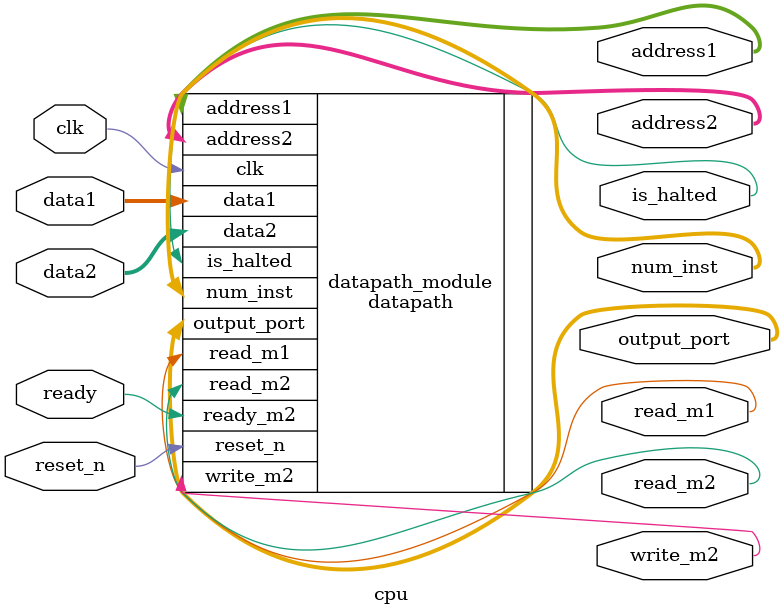
<source format=v>
`timescale 1ns/1ns
`define WORD_SIZE 16    // data and address word size

`include "datapath.v"

module cpu(clk, reset_n, read_m1, address1, data1, read_m2, write_m2, address2, data2, num_inst, output_port, is_halted, ready);

	input clk;
	input reset_n;

	output read_m1;
	output [`WORD_SIZE-1:0] address1;
	output read_m2;
	output write_m2;
	output [`WORD_SIZE-1:0] address2;

	input [`WORD_SIZE-1:0] data1;
	inout [`WORD_SIZE-1:0] data2;
	input ready;
	output [`WORD_SIZE-1:0] num_inst;
	output [`WORD_SIZE-1:0] output_port;
	output is_halted;

	// TODO: pc input mux;
	// pc도 datapath 안에 있어야하나?

	datapath datapath_module(
	 	.clk(clk), 
	 	.reset_n(reset_n), 
		.read_m1(read_m1), 
	 	.address1(address1), 
	 	.data1(data1), 
	 	.read_m2(read_m2), 
	 	.write_m2(write_m2), 
	 	.address2(address2), 
	 	.data2(data2), 
	 	.num_inst(num_inst), 
	 	.output_port(output_port), 
	 	.is_halted(is_halted),
		.ready_m2(ready));
	
	

endmodule



</source>
